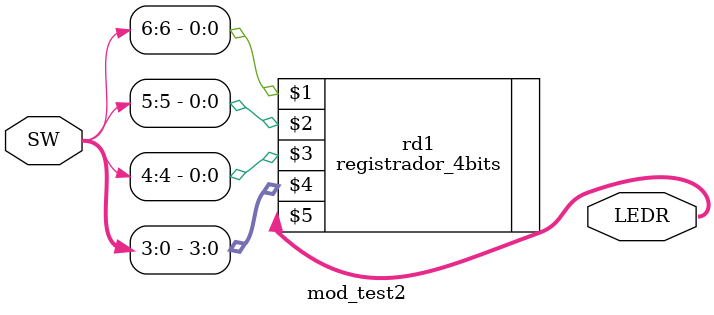
<source format=v>
module mod_test2(SW, LEDR);

	input [6:0]SW;
	output [3:0]LEDR;
	
	registrador_4bits rd1(SW[6], SW[5], SW[4], SW[3:0], LEDR);
	
endmodule

</source>
